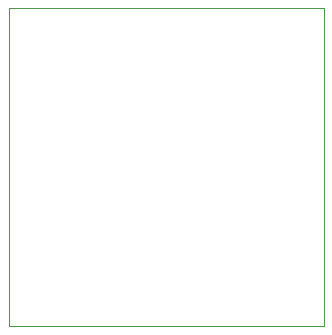
<source format=gbr>
%TF.GenerationSoftware,KiCad,Pcbnew,5.1.12-84ad8e8a86~92~ubuntu18.04.1*%
%TF.CreationDate,2021-11-25T16:48:48-05:00*%
%TF.ProjectId,shifter,73686966-7465-4722-9e6b-696361645f70,rev?*%
%TF.SameCoordinates,Original*%
%TF.FileFunction,Profile,NP*%
%FSLAX46Y46*%
G04 Gerber Fmt 4.6, Leading zero omitted, Abs format (unit mm)*
G04 Created by KiCad (PCBNEW 5.1.12-84ad8e8a86~92~ubuntu18.04.1) date 2021-11-25 16:48:48*
%MOMM*%
%LPD*%
G01*
G04 APERTURE LIST*
%TA.AperFunction,Profile*%
%ADD10C,0.100000*%
%TD*%
G04 APERTURE END LIST*
D10*
X23876000Y3429000D02*
X23876000Y-23495000D01*
X-2794000Y3429000D02*
X23876000Y3429000D01*
X-2794000Y-23495000D02*
X-2794000Y3429000D01*
X23876000Y-23495000D02*
X-2794000Y-23495000D01*
M02*

</source>
